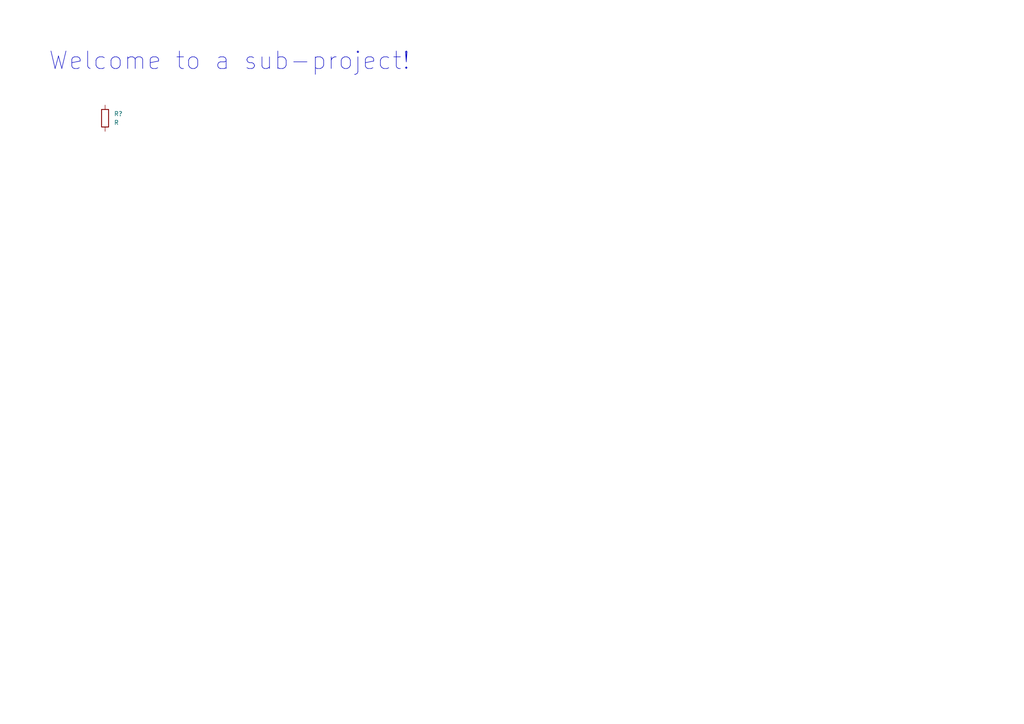
<source format=kicad_sch>
(kicad_sch (version 20231120) (generator "eeschema") (generator_version "8.0")
  (paper "A4")
  (lib_symbols
    (symbol "Device:R" (pin_numbers hide) (pin_names (offset 0))
      (property "Reference" "R" (at 2.032 0 90))
      (property "Value" "R" (at 0 0 90))
      (symbol "R_0_1"
        (rectangle (start -1.016 -2.54) (end 1.016 2.54) (stroke (width 0.254)))
      )
      (symbol "R_1_1"
        (pin passive line (at 0 3.81 270) (length 1.27) (name "~") (number "1"))
        (pin passive line (at 0 -3.81 90) (length 1.27) (name "~") (number "2"))
      )
    )
  )
  (text "Welcome to a sub-project!" (at 66.548 17.78 0) (effects (font (size 5.08 5.08))))
  (symbol (lib_id "Device:R") (at 30.48 34.29 0) (unit 1)
    (property "Reference" "R?" (at 33.02 33.0199 0) (effects (justify left)))
    (property "Value" "R" (at 33.02 35.5599 0) (effects (justify left)))
    (property "Description" "Resistor" (effects (hide yes)))
  )
)
</source>
